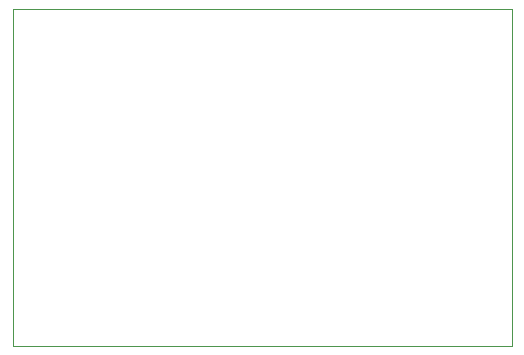
<source format=gbr>
%TF.GenerationSoftware,KiCad,Pcbnew,8.0.4*%
%TF.CreationDate,2024-08-01T19:49:29+02:00*%
%TF.ProjectId,amplification-board,616d706c-6966-4696-9361-74696f6e2d62,rev?*%
%TF.SameCoordinates,Original*%
%TF.FileFunction,Profile,NP*%
%FSLAX46Y46*%
G04 Gerber Fmt 4.6, Leading zero omitted, Abs format (unit mm)*
G04 Created by KiCad (PCBNEW 8.0.4) date 2024-08-01 19:49:29*
%MOMM*%
%LPD*%
G01*
G04 APERTURE LIST*
%TA.AperFunction,Profile*%
%ADD10C,0.050000*%
%TD*%
G04 APERTURE END LIST*
D10*
X120967500Y-79375000D02*
X163195000Y-79375000D01*
X163195000Y-107950000D01*
X120967500Y-107950000D01*
X120967500Y-79375000D01*
M02*

</source>
